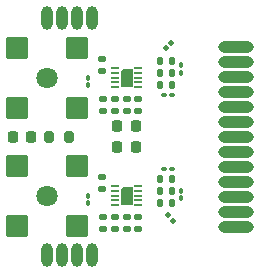
<source format=gbr>
%TF.GenerationSoftware,KiCad,Pcbnew,9.0.0*%
%TF.CreationDate,2025-02-25T16:03:33+01:00*%
%TF.ProjectId,2_In_6_Out,325f496e-5f36-45f4-9f75-742e6b696361,0*%
%TF.SameCoordinates,Original*%
%TF.FileFunction,Soldermask,Top*%
%TF.FilePolarity,Negative*%
%FSLAX46Y46*%
G04 Gerber Fmt 4.6, Leading zero omitted, Abs format (unit mm)*
G04 Created by KiCad (PCBNEW 9.0.0) date 2025-02-25 16:03:33*
%MOMM*%
%LPD*%
G01*
G04 APERTURE LIST*
G04 Aperture macros list*
%AMRoundRect*
0 Rectangle with rounded corners*
0 $1 Rounding radius*
0 $2 $3 $4 $5 $6 $7 $8 $9 X,Y pos of 4 corners*
0 Add a 4 corners polygon primitive as box body*
4,1,4,$2,$3,$4,$5,$6,$7,$8,$9,$2,$3,0*
0 Add four circle primitives for the rounded corners*
1,1,$1+$1,$2,$3*
1,1,$1+$1,$4,$5*
1,1,$1+$1,$6,$7*
1,1,$1+$1,$8,$9*
0 Add four rect primitives between the rounded corners*
20,1,$1+$1,$2,$3,$4,$5,0*
20,1,$1+$1,$4,$5,$6,$7,0*
20,1,$1+$1,$6,$7,$8,$9,0*
20,1,$1+$1,$8,$9,$2,$3,0*%
%AMOutline5P*
0 Free polygon, 5 corners , with rotation*
0 The origin of the aperture is its center*
0 number of corners: always 5*
0 $1 to $10 corner X, Y*
0 $11 Rotation angle, in degrees counterclockwise*
0 create outline with 5 corners*
4,1,5,$1,$2,$3,$4,$5,$6,$7,$8,$9,$10,$1,$2,$11*%
%AMOutline6P*
0 Free polygon, 6 corners , with rotation*
0 The origin of the aperture is its center*
0 number of corners: always 6*
0 $1 to $12 corner X, Y*
0 $13 Rotation angle, in degrees counterclockwise*
0 create outline with 6 corners*
4,1,6,$1,$2,$3,$4,$5,$6,$7,$8,$9,$10,$11,$12,$1,$2,$13*%
%AMOutline7P*
0 Free polygon, 7 corners , with rotation*
0 The origin of the aperture is its center*
0 number of corners: always 7*
0 $1 to $14 corner X, Y*
0 $15 Rotation angle, in degrees counterclockwise*
0 create outline with 7 corners*
4,1,7,$1,$2,$3,$4,$5,$6,$7,$8,$9,$10,$11,$12,$13,$14,$1,$2,$15*%
%AMOutline8P*
0 Free polygon, 8 corners , with rotation*
0 The origin of the aperture is its center*
0 number of corners: always 8*
0 $1 to $16 corner X, Y*
0 $17 Rotation angle, in degrees counterclockwise*
0 create outline with 8 corners*
4,1,8,$1,$2,$3,$4,$5,$6,$7,$8,$9,$10,$11,$12,$13,$14,$15,$16,$1,$2,$17*%
G04 Aperture macros list end*
%ADD10RoundRect,0.135000X-0.185000X0.135000X-0.185000X-0.135000X0.185000X-0.135000X0.185000X0.135000X0*%
%ADD11O,3.000000X1.000000*%
%ADD12O,1.000000X2.000000*%
%ADD13RoundRect,0.135000X-0.135000X-0.185000X0.135000X-0.185000X0.135000X0.185000X-0.135000X0.185000X0*%
%ADD14RoundRect,0.218750X0.218750X0.256250X-0.218750X0.256250X-0.218750X-0.256250X0.218750X-0.256250X0*%
%ADD15RoundRect,0.100000X0.130000X0.100000X-0.130000X0.100000X-0.130000X-0.100000X0.130000X-0.100000X0*%
%ADD16C,1.804000*%
%ADD17RoundRect,0.102000X-0.800000X0.800000X-0.800000X-0.800000X0.800000X-0.800000X0.800000X0.800000X0*%
%ADD18RoundRect,0.100000X-0.162635X0.021213X0.021213X-0.162635X0.162635X-0.021213X-0.021213X0.162635X0*%
%ADD19RoundRect,0.218750X-0.218750X-0.256250X0.218750X-0.256250X0.218750X0.256250X-0.218750X0.256250X0*%
%ADD20RoundRect,0.140000X0.170000X-0.140000X0.170000X0.140000X-0.170000X0.140000X-0.170000X-0.140000X0*%
%ADD21RoundRect,0.100000X-0.021213X-0.162635X0.162635X0.021213X0.021213X0.162635X-0.162635X-0.021213X0*%
%ADD22RoundRect,0.135000X0.185000X-0.135000X0.185000X0.135000X-0.185000X0.135000X-0.185000X-0.135000X0*%
%ADD23RoundRect,0.100000X-0.100000X0.130000X-0.100000X-0.130000X0.100000X-0.130000X0.100000X0.130000X0*%
%ADD24R,0.750000X0.200000*%
%ADD25Outline5P,-0.750000X0.475000X0.750000X0.475000X0.750000X-0.475000X-0.560000X-0.475000X-0.750000X-0.285000X270.000000*%
%ADD26RoundRect,0.100000X0.100000X-0.130000X0.100000X0.130000X-0.100000X0.130000X-0.100000X-0.130000X0*%
%ADD27RoundRect,0.200000X-0.200000X-0.275000X0.200000X-0.275000X0.200000X0.275000X-0.200000X0.275000X0*%
G04 APERTURE END LIST*
D10*
%TO.C,R4*%
X99896250Y-57540000D03*
X99896250Y-58560000D03*
%TD*%
%TO.C,R8*%
X100896250Y-57540000D03*
X100896250Y-58560000D03*
%TD*%
D11*
%TO.C,J3*%
X109146250Y-53130000D03*
X109146250Y-54400000D03*
X109146250Y-55670000D03*
X109146250Y-56940000D03*
X109146250Y-58210000D03*
X109146250Y-59480000D03*
X109146250Y-60750000D03*
X109146250Y-62020000D03*
X109146250Y-63290000D03*
X109146250Y-64560000D03*
X109146250Y-65830000D03*
X109146250Y-67100000D03*
X109146250Y-68370000D03*
%TD*%
D12*
%TO.C,J4*%
X96956250Y-50750000D03*
X95686250Y-50750000D03*
X94416250Y-50750000D03*
X93146250Y-50750000D03*
%TD*%
D13*
%TO.C,R6*%
X102696250Y-55350000D03*
X103716250Y-55350000D03*
%TD*%
D14*
%TO.C,D2*%
X100663750Y-59840000D03*
X99088750Y-59840000D03*
%TD*%
D15*
%TO.C,D7*%
X103716250Y-57230000D03*
X103076250Y-57230000D03*
%TD*%
D16*
%TO.C,J2*%
X93146250Y-65750000D03*
D17*
X95686250Y-63210000D03*
X90606250Y-63210000D03*
X95686250Y-68290000D03*
X90606250Y-68290000D03*
%TD*%
D18*
%TO.C,D13*%
X103409976Y-67423726D03*
X103862524Y-67876274D03*
%TD*%
D10*
%TO.C,R9*%
X98896250Y-57540000D03*
X98896250Y-58560000D03*
%TD*%
D19*
%TO.C,D1*%
X90268750Y-60750000D03*
X91843750Y-60750000D03*
%TD*%
D15*
%TO.C,D10*%
X103716250Y-63460000D03*
X103076250Y-63460000D03*
%TD*%
D20*
%TO.C,C11*%
X97786250Y-65170000D03*
X97786250Y-64210000D03*
%TD*%
D10*
%TO.C,R3*%
X98896250Y-67540000D03*
X98896250Y-68560000D03*
%TD*%
D21*
%TO.C,D11*%
X103199976Y-53286274D03*
X103652524Y-52833726D03*
%TD*%
D13*
%TO.C,R5*%
X102696250Y-54350000D03*
X103716250Y-54350000D03*
%TD*%
D22*
%TO.C,R12*%
X97896250Y-68560000D03*
X97896250Y-67540000D03*
%TD*%
%TO.C,R11*%
X97896250Y-58560000D03*
X97896250Y-57540000D03*
%TD*%
D16*
%TO.C,J1*%
X93146250Y-55750000D03*
D17*
X95686250Y-53210000D03*
X90606250Y-53210000D03*
X95686250Y-58290000D03*
X90606250Y-58290000D03*
%TD*%
D10*
%TO.C,R1*%
X99896250Y-67540000D03*
X99896250Y-68560000D03*
%TD*%
D20*
%TO.C,C1*%
X97786250Y-55170000D03*
X97786250Y-54210000D03*
%TD*%
D13*
%TO.C,R14*%
X102696250Y-64350000D03*
X103716250Y-64350000D03*
%TD*%
D23*
%TO.C,D5*%
X96626250Y-55750000D03*
X96626250Y-56390000D03*
%TD*%
D24*
%TO.C,U2*%
X98896250Y-54950000D03*
D25*
X99896250Y-55750000D03*
D24*
X98896250Y-55350000D03*
X98896250Y-55750000D03*
X98896250Y-56150000D03*
X98896250Y-56550000D03*
X100896250Y-56550000D03*
X100896250Y-56150000D03*
X100896250Y-55750000D03*
X100896250Y-55350000D03*
X100896250Y-54950000D03*
%TD*%
D13*
%TO.C,R16*%
X102696250Y-66350000D03*
X103716250Y-66350000D03*
%TD*%
D26*
%TO.C,D9*%
X104546250Y-55350000D03*
X104546250Y-54710000D03*
%TD*%
D23*
%TO.C,D6*%
X96626250Y-65750000D03*
X96626250Y-66390000D03*
%TD*%
D12*
%TO.C,J5*%
X96956250Y-70750000D03*
X95686250Y-70750000D03*
X94416250Y-70750000D03*
X93146250Y-70750000D03*
%TD*%
D10*
%TO.C,R2*%
X100896250Y-67540000D03*
X100896250Y-68560000D03*
%TD*%
D13*
%TO.C,R7*%
X102696250Y-56350000D03*
X103716250Y-56350000D03*
%TD*%
D23*
%TO.C,D8*%
X104546250Y-65350000D03*
X104546250Y-65990000D03*
%TD*%
D27*
%TO.C,R10*%
X93361250Y-60750000D03*
X95011250Y-60750000D03*
%TD*%
D24*
%TO.C,U4*%
X98896250Y-64950000D03*
D25*
X99896250Y-65750000D03*
D24*
X98896250Y-65350000D03*
X98896250Y-65750000D03*
X98896250Y-66150000D03*
X98896250Y-66550000D03*
X100896250Y-66550000D03*
X100896250Y-66150000D03*
X100896250Y-65750000D03*
X100896250Y-65350000D03*
X100896250Y-64950000D03*
%TD*%
D13*
%TO.C,R15*%
X102696250Y-65350000D03*
X103716250Y-65350000D03*
%TD*%
D14*
%TO.C,D3*%
X100683750Y-61660000D03*
X99108750Y-61660000D03*
%TD*%
M02*

</source>
